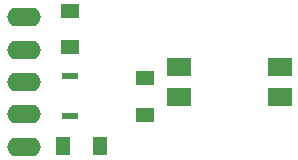
<source format=gbr>
%TF.GenerationSoftware,Novarm,DipTrace,3.0.0.1*%
%TF.CreationDate,2016-04-16T08:32:12+09:00*%
%FSLAX26Y26*%
%MOIN*%
%TF.FileFunction,Paste,Top*%
%TF.Part,Single*%
%ADD37R,0.078583X0.058898*%
%ADD41R,0.047087X0.062835*%
%ADD43R,0.062835X0.047087*%
%ADD49O,0.111969X0.061969*%
%ADD51R,0.054961X0.023465*%
G75*
G01*
%LPD*%
D51*
X225000Y-112500D3*
Y21358D3*
D49*
X70005Y-215988D3*
Y-107988D3*
Y12D3*
Y216012D3*
Y108012D3*
D43*
X225000Y237500D3*
Y115453D3*
X475000Y-109547D3*
Y12500D3*
D41*
X200000Y-212500D3*
X322047D3*
D37*
X587500Y50000D3*
Y-50000D3*
X922146D3*
Y50000D3*
M02*

</source>
